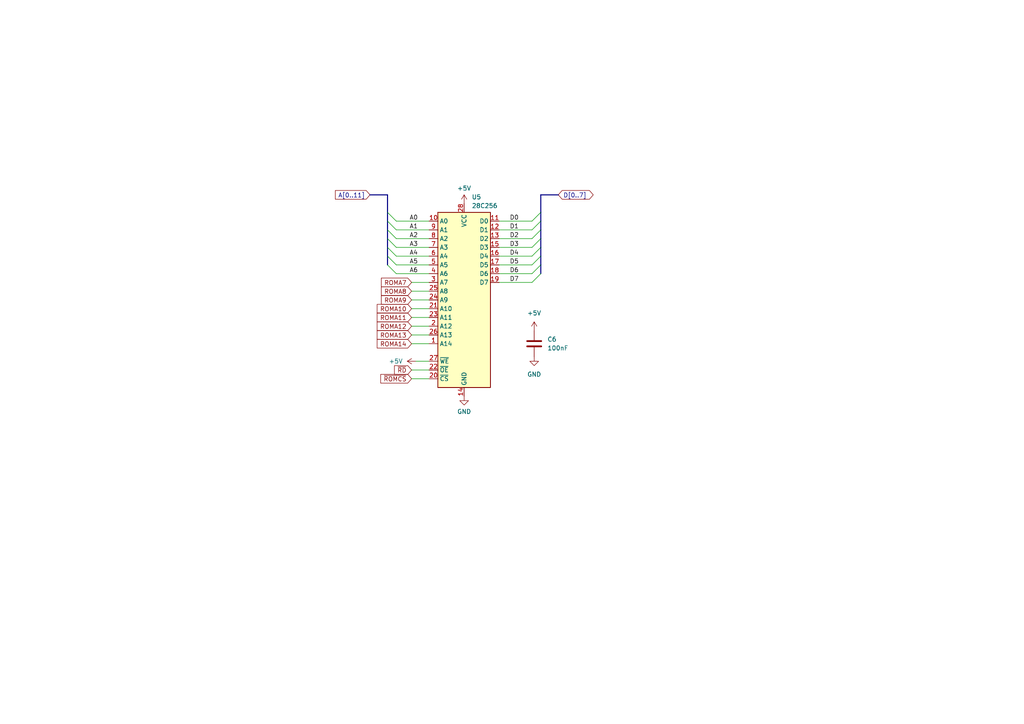
<source format=kicad_sch>
(kicad_sch (version 20230121) (generator eeschema)
  (paper "A4")
  (lib_symbols
    (symbol "Device:C" (pin_numbers hide) (pin_names (offset 0.254))
      (property "Reference" "C" (at 0.635 2.54 0))
      (property "Value" "C" (at 0.635 -2.54 0))
      (symbol "C_0_1"
        (polyline (pts (xy -2.032 -0.762) (xy 2.032 -0.762)) (stroke (width 0.508)))
        (polyline (pts (xy -2.032 0.762) (xy 2.032 0.762)) (stroke (width 0.508)))
      )
      (symbol "C_1_1"
        (pin passive line (at 0 3.81 270) (length 2.794) (name "~") (number "1"))
        (pin passive line (at 0 -3.81 90) (length 2.794) (name "~") (number "2"))
      )
    )
    (symbol "Memory_EEPROM:28C256"
      (property "Reference" "U" (at -7.62 26.67 0))
      (property "Value" "28C256" (at 2.54 -26.67 0))
      (symbol "28C256_1_1"
        (rectangle (start -7.62 25.4) (end 7.62 -25.4) (stroke (width 0.254)) (fill (type background)))
        (pin input line (at -10.16 -12.7 0) (length 2.54) (name "A14") (number "1"))
        (pin input line (at -10.16 22.86 0) (length 2.54) (name "A0") (number "10"))
        (pin tri_state line (at 10.16 22.86 180) (length 2.54) (name "D0") (number "11"))
        (pin tri_state line (at 10.16 20.32 180) (length 2.54) (name "D1") (number "12"))
        (pin tri_state line (at 10.16 17.78 180) (length 2.54) (name "D2") (number "13"))
        (pin power_in line (at 0 -27.94 90) (length 2.54) (name "GND") (number "14"))
        (pin tri_state line (at 10.16 15.24 180) (length 2.54) (name "D3") (number "15"))
        (pin tri_state line (at 10.16 12.7 180) (length 2.54) (name "D4") (number "16"))
        (pin tri_state line (at 10.16 10.16 180) (length 2.54) (name "D5") (number "17"))
        (pin tri_state line (at 10.16 7.62 180) (length 2.54) (name "D6") (number "18"))
        (pin tri_state line (at 10.16 5.08 180) (length 2.54) (name "D7") (number "19"))
        (pin input line (at -10.16 -7.62 0) (length 2.54) (name "A12") (number "2"))
        (pin input line (at -10.16 -22.86 0) (length 2.54) (name "~{CS}") (number "20"))
        (pin input line (at -10.16 -2.54 0) (length 2.54) (name "A10") (number "21"))
        (pin input line (at -10.16 -20.32 0) (length 2.54) (name "~{OE}") (number "22"))
        (pin input line (at -10.16 -5.08 0) (length 2.54) (name "A11") (number "23"))
        (pin input line (at -10.16 0 0) (length 2.54) (name "A9") (number "24"))
        (pin input line (at -10.16 2.54 0) (length 2.54) (name "A8") (number "25"))
        (pin input line (at -10.16 -10.16 0) (length 2.54) (name "A13") (number "26"))
        (pin input line (at -10.16 -17.78 0) (length 2.54) (name "~{WE}") (number "27"))
        (pin power_in line (at 0 27.94 270) (length 2.54) (name "VCC") (number "28"))
        (pin input line (at -10.16 5.08 0) (length 2.54) (name "A7") (number "3"))
        (pin input line (at -10.16 7.62 0) (length 2.54) (name "A6") (number "4"))
        (pin input line (at -10.16 10.16 0) (length 2.54) (name "A5") (number "5"))
        (pin input line (at -10.16 12.7 0) (length 2.54) (name "A4") (number "6"))
        (pin input line (at -10.16 15.24 0) (length 2.54) (name "A3") (number "7"))
        (pin input line (at -10.16 17.78 0) (length 2.54) (name "A2") (number "8"))
        (pin input line (at -10.16 20.32 0) (length 2.54) (name "A1") (number "9"))
      )
    )
    (symbol "power:+5V" (power) (pin_names (offset 0))
      (property "Value" "+5V" (at 0 3.556 0))
      (symbol "+5V_0_1"
        (polyline (pts (xy -0.762 1.27) (xy 0 2.54)))
        (polyline (pts (xy 0 0) (xy 0 2.54)))
        (polyline (pts (xy 0 2.54) (xy 0.762 1.27)))
      )
      (symbol "+5V_1_1"
        (pin power_in line (at 0 0 90) (length 0) hide (name "+5V") (number "1"))
      )
    )
    (symbol "power:GND" (power) (pin_names (offset 0))
      (property "Value" "GND" (at 0 -3.81 0))
      (symbol "GND_0_1"
        (polyline (pts (xy 0 0) (xy 0 -1.27) (xy 1.27 -1.27) (xy 0 -2.54) (xy -1.27 -1.27) (xy 0 -1.27)))
      )
      (symbol "GND_1_1"
        (pin power_in line (at 0 0 270) (length 0) hide (name "GND") (number "1"))
      )
    )
  )
  (bus_entry (at 156.845 76.835) (size -2.54 2.54))
  (bus_entry (at 112.395 76.835) (size 2.54 2.54))
  (bus_entry (at 156.845 71.755) (size -2.54 2.54))
  (bus_entry (at 156.845 69.215) (size -2.54 2.54))
  (bus_entry (at 112.395 71.755) (size 2.54 2.54))
  (bus_entry (at 112.395 69.215) (size 2.54 2.54))
  (bus_entry (at 112.395 74.295) (size 2.54 2.54))
  (bus_entry (at 156.845 61.595) (size -2.54 2.54))
  (bus_entry (at 112.395 64.135) (size 2.54 2.54))
  (bus_entry (at 156.845 74.295) (size -2.54 2.54))
  (bus_entry (at 156.845 64.135) (size -2.54 2.54))
  (bus_entry (at 156.845 66.675) (size -2.54 2.54))
  (bus_entry (at 112.395 66.675) (size 2.54 2.54))
  (bus_entry (at 156.845 79.375) (size -2.54 2.54))
  (bus_entry (at 112.395 61.595) (size 2.54 2.54))
  (wire (pts (xy 154.305 81.915) (xy 144.78 81.915)))
  (bus (pts (xy 156.845 64.135) (xy 156.845 66.675)))
  (wire (pts (xy 154.305 76.835) (xy 144.78 76.835)))
  (wire (pts (xy 154.305 66.675) (xy 144.78 66.675)))
  (wire (pts (xy 119.38 89.535) (xy 124.46 89.535)))
  (wire (pts (xy 120.65 104.775) (xy 124.46 104.775)))
  (bus (pts (xy 156.845 61.595) (xy 156.845 64.135)))
  (bus (pts (xy 112.395 61.595) (xy 112.395 64.135)))
  (wire (pts (xy 114.935 76.835) (xy 124.46 76.835)))
  (bus (pts (xy 112.395 56.515) (xy 112.395 61.595)))
  (wire (pts (xy 114.935 71.755) (xy 124.46 71.755)))
  (bus (pts (xy 156.845 66.675) (xy 156.845 69.215)))
  (wire (pts (xy 119.38 94.615) (xy 124.46 94.615)))
  (wire (pts (xy 119.38 84.455) (xy 124.46 84.455)))
  (bus (pts (xy 161.925 56.515) (xy 156.845 56.515)))
  (bus (pts (xy 112.395 64.135) (xy 112.395 66.675)))
  (bus (pts (xy 112.395 69.215) (xy 112.395 71.755)))
  (wire (pts (xy 119.38 109.855) (xy 124.46 109.855)))
  (wire (pts (xy 119.38 97.155) (xy 124.46 97.155)))
  (wire (pts (xy 119.38 99.695) (xy 124.46 99.695)))
  (wire (pts (xy 119.38 81.915) (xy 124.46 81.915)))
  (bus (pts (xy 112.395 71.755) (xy 112.395 74.295)))
  (wire (pts (xy 154.305 64.135) (xy 144.78 64.135)))
  (wire (pts (xy 114.935 79.375) (xy 124.46 79.375)))
  (bus (pts (xy 156.845 74.295) (xy 156.845 76.835)))
  (wire (pts (xy 154.305 74.295) (xy 144.78 74.295)))
  (bus (pts (xy 107.315 56.515) (xy 112.395 56.515)))
  (bus (pts (xy 112.395 74.295) (xy 112.395 76.835)))
  (wire (pts (xy 119.38 107.315) (xy 124.46 107.315)))
  (wire (pts (xy 119.38 86.995) (xy 124.46 86.995)))
  (wire (pts (xy 114.935 66.675) (xy 124.46 66.675)))
  (bus (pts (xy 156.845 56.515) (xy 156.845 61.595)))
  (wire (pts (xy 114.935 69.215) (xy 124.46 69.215)))
  (wire (pts (xy 154.305 71.755) (xy 144.78 71.755)))
  (bus (pts (xy 156.845 71.755) (xy 156.845 74.295)))
  (bus (pts (xy 156.845 69.215) (xy 156.845 71.755)))
  (wire (pts (xy 119.38 92.075) (xy 124.46 92.075)))
  (wire (pts (xy 154.305 69.215) (xy 144.78 69.215)))
  (bus (pts (xy 156.845 76.835) (xy 156.845 79.375)))
  (wire (pts (xy 154.305 79.375) (xy 144.78 79.375)))
  (bus (pts (xy 112.395 66.675) (xy 112.395 69.215)))
  (wire (pts (xy 114.935 64.135) (xy 124.46 64.135)))
  (wire (pts (xy 114.935 74.295) (xy 124.46 74.295)))
  (label "D3" (at 150.495 71.755 180))
  (label "A1" (at 118.745 66.675 0))
  (label "D1" (at 150.495 66.675 180))
  (label "A6" (at 118.745 79.375 0))
  (label "D0" (at 150.495 64.135 180))
  (label "D4" (at 150.495 74.295 180))
  (label "D2" (at 150.495 69.215 180))
  (label "D5" (at 150.495 76.835 180))
  (label "A3" (at 118.745 71.755 0))
  (label "A2" (at 118.745 69.215 0))
  (label "A5" (at 118.745 76.835 0))
  (label "A4" (at 118.745 74.295 0))
  (label "A0" (at 118.745 64.135 0))
  (label "D6" (at 150.495 79.375 180))
  (label "D7" (at 150.495 81.915 180))
  (global_label "ROMA8" (shape input) (at 119.38 84.455 180) (property "Intersheetrefs" "${INTERSHEET_REFS}" (effects hide)))
  (global_label "ROMA9" (shape input) (at 119.38 86.995 180) (property "Intersheetrefs" "${INTERSHEET_REFS}" (effects hide)))
  (global_label "ROMA7" (shape input) (at 119.38 81.915 180) (property "Intersheetrefs" "${INTERSHEET_REFS}" (effects hide)))
  (global_label "ROMA10" (shape input) (at 119.38 89.535 180) (property "Intersheetrefs" "${INTERSHEET_REFS}" (effects hide)))
  (global_label "ROMA13" (shape input) (at 119.38 97.155 180) (property "Intersheetrefs" "${INTERSHEET_REFS}" (effects hide)))
  (global_label "~{RD}" (shape input) (at 119.38 107.315 180) (property "Intersheetrefs" "${INTERSHEET_REFS}" (effects hide)))
  (global_label "D[0..7]" (shape bidirectional) (at 161.925 56.515 0) (property "Intersheetrefs" "${INTERSHEET_REFS}" (effects hide)))
  (global_label "~{ROMCS}" (shape input) (at 119.38 109.855 180) (property "Intersheetrefs" "${INTERSHEET_REFS}" (effects hide)))
  (global_label "A[0..11]" (shape input) (at 107.315 56.515 180) (property "Intersheetrefs" "${INTERSHEET_REFS}" (effects hide)))
  (global_label "ROMA14" (shape input) (at 119.38 99.695 180) (property "Intersheetrefs" "${INTERSHEET_REFS}" (effects hide)))
  (global_label "ROMA11" (shape input) (at 119.38 92.075 180) (property "Intersheetrefs" "${INTERSHEET_REFS}" (effects hide)))
  (global_label "ROMA12" (shape input) (at 119.38 94.615 180) (property "Intersheetrefs" "${INTERSHEET_REFS}" (effects hide)))
  (symbol (lib_id "power:+5V") (at 154.94 95.885 0) (unit 1)
    (property "Reference" "#PWR042" (effects hide))
    (property "Value" "+5V" (at 154.94 90.805 0))
  )
  (symbol (lib_id "power:GND") (at 134.62 114.935 0) (unit 1)
    (property "Reference" "#PWR041" (effects hide))
    (property "Value" "GND" (at 134.62 119.38 0))
  )
  (symbol (lib_id "power:GND") (at 154.94 103.505 0) (unit 1)
    (property "Reference" "#PWR043" (effects hide))
    (property "Value" "GND" (at 154.94 108.585 0))
  )
  (symbol (lib_id "power:+5V") (at 120.65 104.775 90) (unit 1)
    (property "Reference" "#PWR039" (effects hide))
    (property "Value" "+5V" (at 116.84 104.775 90) (effects (justify left)))
  )
  (symbol (lib_id "Device:C") (at 154.94 99.695 0) (unit 1)
    (property "Reference" "C6" (at 158.75 98.425 0) (effects (justify left)))
    (property "Value" "100nF" (at 158.75 100.965 0) (effects (justify left)))
    (property "Footprint" "Capacitor_THT:C_Disc_D5.0mm_W2.5mm_P5.00mm" (effects hide))
  )
  (symbol (lib_id "power:+5V") (at 134.62 59.055 0) (unit 1)
    (property "Reference" "#PWR040" (effects hide))
    (property "Value" "+5V" (at 134.62 54.61 0))
  )
  (symbol (lib_id "Memory_EEPROM:28C256") (at 134.62 86.995 0) (unit 1)
    (property "Reference" "U5" (at 136.8141 57.15 0) (effects (justify left)))
    (property "Value" "28C256" (at 136.8141 59.69 0) (effects (justify left)))
    (property "Footprint" "Socket:DIP_Socket-28_W11.9_W12.7_W15.24_W17.78_W18.5_3M_228-1277-00-0602J" (effects hide))
    (property "Datasheet" "http://ww1.microchip.com/downloads/en/DeviceDoc/doc0006.pdf" (effects hide))
  )
)
</source>
